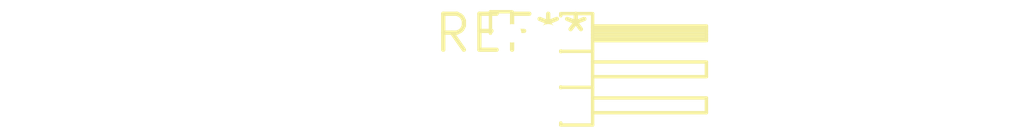
<source format=kicad_pcb>
(kicad_pcb (version 20240108) (generator pcbnew)
  (layers (0 "F.Cu" signal) (31 "B.Cu" signal) (34 "B.Paste" user) (35 "F.Paste" user) (36 "B.SilkS" user "B.Silkscreen") (37 "F.SilkS" user "F.Silkscreen") (38 "B.Mask" user) (39 "F.Mask" user) (44 "Edge.Cuts" user))
  (net 0 "")
  (footprint "PinHeader_2x03_P1.27mm_Horizontal" (layer "F.Cu") (at 0 0)
    (property "Reference" "REF**")
    (property "Value" "PinHeader_2x03_P1.27mm_Horizontal")
    (fp_line (start -0.76 -0.76) (end 0 -0.76) (layer "F.SilkS") (stroke (width 0.12)))
    (fp_line (start -0.76 0) (end -0.76 -0.76) (layer "F.SilkS") (stroke (width 0.12)))
    (fp_line (start 1.71 -0.695) (end 2.83 -0.695) (layer "F.SilkS") (stroke (width 0.12)))
    (fp_line (start 1.71 -0.619677) (end 1.71 -0.695) (layer "F.SilkS") (stroke (width 0.12)))
    (fp_line (start 1.71 0.619677) (end 1.71 0.650323) (layer "F.SilkS") (stroke (width 0.12)))
    (fp_line (start 1.71 0.635) (end 2.83 0.635) (layer "F.SilkS") (stroke (width 0.12)))
    (fp_line (start 1.71 1.889677) (end 1.71 1.920323) (layer "F.SilkS") (stroke (width 0.12)))
    (fp_line (start 1.71 1.905) (end 2.83 1.905) (layer "F.SilkS") (stroke (width 0.12)))
    (fp_line (start 1.71 3.235) (end 1.71 3.159677) (layer "F.SilkS") (stroke (width 0.12)))
    (fp_line (start 2.83 -0.695) (end 2.83 3.235) (layer "F.SilkS") (stroke (width 0.12)))
    (fp_line (start 2.83 -0.26) (end 6.83 -0.26) (layer "F.SilkS") (stroke (width 0.12)))
    (fp_line (start 2.83 -0.2) (end 6.83 -0.2) (layer "F.SilkS") (stroke (width 0.12)))
    (fp_line (start 2.83 -0.08) (end 6.83 -0.08) (layer "F.SilkS") (stroke (width 0.12)))
    (fp_line (start 2.83 0.04) (end 6.83 0.04) (layer "F.SilkS") (stroke (width 0.12)))
    (fp_line (start 2.83 0.16) (end 6.83 0.16) (layer "F.SilkS") (stroke (width 0.12)))
    (fp_line (start 2.83 1.01) (end 6.83 1.01) (layer "F.SilkS") (stroke (width 0.12)))
    (fp_line (start 2.83 2.28) (end 6.83 2.28) (layer "F.SilkS") (stroke (width 0.12)))
    (fp_line (start 2.83 3.235) (end 1.71 3.235) (layer "F.SilkS") (stroke (width 0.12)))
    (fp_line (start 6.83 -0.26) (end 6.83 0.26) (layer "F.SilkS") (stroke (width 0.12)))
    (fp_line (start 6.83 0.26) (end 2.83 0.26) (layer "F.SilkS") (stroke (width 0.12)))
    (fp_line (start 6.83 1.01) (end 6.83 1.53) (layer "F.SilkS") (stroke (width 0.12)))
    (fp_line (start 6.83 1.53) (end 2.83 1.53) (layer "F.SilkS") (stroke (width 0.12)))
    (fp_line (start 6.83 2.28) (end 6.83 2.8) (layer "F.SilkS") (stroke (width 0.12)))
    (fp_line (start 6.83 2.8) (end 2.83 2.8) (layer "F.SilkS") (stroke (width 0.12)))
    (pad "1" thru_hole rect (at 0 0) (size 1 1) (drill 0.65) (layers *.Cu *.Mask) (remove_unused_layers))
    (pad "2" thru_hole oval (at 1.27 0) (size 1 1) (drill 0.65) (layers *.Cu *.Mask) (remove_unused_layers))
    (pad "3" thru_hole oval (at 0 1.27) (size 1 1) (drill 0.65) (layers *.Cu *.Mask) (remove_unused_layers))
    (pad "4" thru_hole oval (at 1.27 1.27) (size 1 1) (drill 0.65) (layers *.Cu *.Mask) (remove_unused_layers))
    (pad "5" thru_hole oval (at 0 2.54) (size 1 1) (drill 0.65) (layers *.Cu *.Mask) (remove_unused_layers))
    (pad "6" thru_hole oval (at 1.27 2.54) (size 1 1) (drill 0.65) (layers *.Cu *.Mask) (remove_unused_layers))
  )
)
</source>
